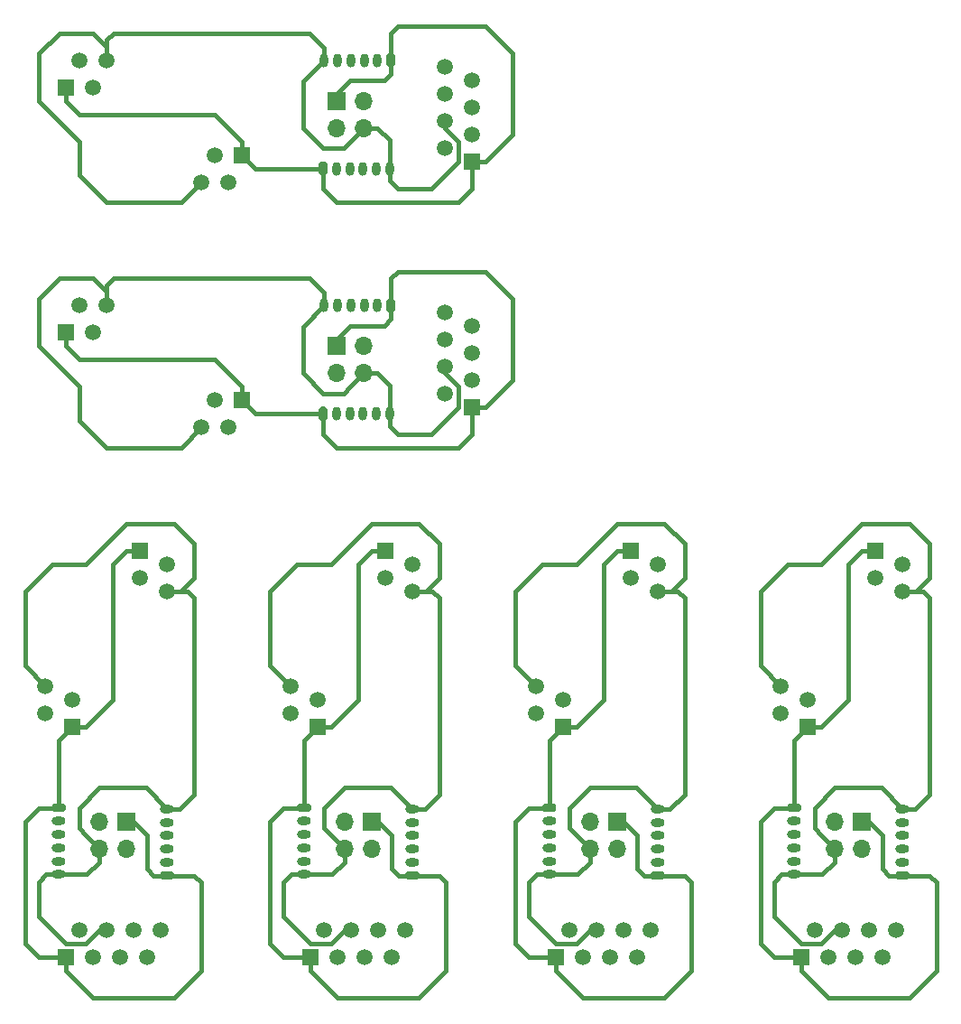
<source format=gtl>
%MOIN*%
%OFA0B0*%
%FSLAX46Y46*%
%IPPOS*%
%LPD*%
%ADD10R,0.059055118110236227X0.059055118110236227*%
%ADD11C,0.059055118110236227*%
%ADD12R,0.066929133858267723X0.066929133858267723*%
%ADD13O,0.066929133858267723X0.066929133858267723*%
%ADD14O,0.051181102362204731X0.031496062992125991*%
%ADD15C,0.059842519685039376*%
%ADD16R,0.059842519685039376X0.059842519685039376*%
%ADD17C,0.016*%
%ADD28R,0.059055118110236227X0.059055118110236227*%
%ADD29C,0.059055118110236227*%
%ADD30R,0.066929133858267723X0.066929133858267723*%
%ADD31O,0.066929133858267723X0.066929133858267723*%
%ADD32O,0.031496062992125991X0.051181102362204731*%
%ADD33C,0.059842519685039376*%
%ADD34R,0.059842519685039376X0.059842519685039376*%
%ADD35C,0.016*%
%ADD36R,0.059055118110236227X0.059055118110236227*%
%ADD37C,0.059055118110236227*%
%ADD38R,0.066929133858267723X0.066929133858267723*%
%ADD39O,0.066929133858267723X0.066929133858267723*%
%ADD40O,0.031496062992125991X0.051181102362204731*%
%ADD41C,0.059842519685039376*%
%ADD42R,0.059842519685039376X0.059842519685039376*%
%ADD43C,0.016*%
%ADD44R,0.059055118110236227X0.059055118110236227*%
%ADD45C,0.059055118110236227*%
%ADD46R,0.066929133858267723X0.066929133858267723*%
%ADD47O,0.066929133858267723X0.066929133858267723*%
%ADD48O,0.051181102362204731X0.031496062992125991*%
%ADD49C,0.059842519685039376*%
%ADD50R,0.059842519685039376X0.059842519685039376*%
%ADD51C,0.016*%
%ADD52R,0.059055118110236227X0.059055118110236227*%
%ADD53C,0.059055118110236227*%
%ADD54R,0.066929133858267723X0.066929133858267723*%
%ADD55O,0.066929133858267723X0.066929133858267723*%
%ADD56O,0.051181102362204731X0.031496062992125991*%
%ADD57C,0.059842519685039376*%
%ADD58R,0.059842519685039376X0.059842519685039376*%
%ADD59C,0.016*%
%ADD60R,0.059055118110236227X0.059055118110236227*%
%ADD61C,0.059055118110236227*%
%ADD62R,0.066929133858267723X0.066929133858267723*%
%ADD63O,0.066929133858267723X0.066929133858267723*%
%ADD64O,0.051181102362204731X0.031496062992125991*%
%ADD65C,0.059842519685039376*%
%ADD66R,0.059842519685039376X0.059842519685039376*%
%ADD67C,0.016*%
G01*
D10*
X-0004400000Y0006200000D02*
X0000224999Y0000400000D03*
D11*
X0000274999Y0000500000D03*
X0000324999Y0000400000D03*
X0000374999Y0000500000D03*
X0000425000Y0000400000D03*
X0000474999Y0000500000D03*
X0000524999Y0000400000D03*
X0000574999Y0000500000D03*
D12*
X0000449999Y0000900000D03*
D13*
X0000350000Y0000900000D03*
X0000449999Y0000800000D03*
X0000350000Y0000800000D03*
G36*
G01*
X0000182283Y0000965748D02*
X0000217716Y0000965748D01*
G75*
G02*
X0000225590Y0000957874J-0000007874D01*
G01*
X0000225590Y0000942125D01*
G75*
G02*
X0000217716Y0000934251I-0000007874D01*
G01*
X0000182283Y0000934251D01*
G75*
G02*
X0000174409Y0000942125J0000007874D01*
G01*
X0000174409Y0000957874D01*
G75*
G02*
X0000182283Y0000965748I0000007874D01*
G01*
G37*
D14*
X0000199999Y0000900787D03*
X0000199999Y0000851574D03*
X0000199999Y0000802362D03*
X0000199999Y0000753149D03*
X0000199999Y0000703937D03*
X0000599999Y0000946062D03*
X0000599999Y0000896850D03*
X0000599999Y0000847637D03*
X0000599999Y0000798425D03*
X0000599999Y0000749212D03*
G36*
G01*
X0000617716Y0000684251D02*
X0000582283Y0000684251D01*
G75*
G02*
X0000574409Y0000692125J0000007874D01*
G01*
X0000574409Y0000707874D01*
G75*
G02*
X0000582283Y0000715748I0000007874D01*
G01*
X0000617716Y0000715748D01*
G75*
G02*
X0000625590Y0000707874J-0000007874D01*
G01*
X0000625590Y0000692125D01*
G75*
G02*
X0000617716Y0000684251I-0000007874D01*
G01*
G37*
D15*
X0000599999Y0001750000D03*
X0000499999Y0001800000D03*
X0000599999Y0001850000D03*
D16*
X0000499999Y0001900000D03*
X0000249999Y0001250000D03*
D15*
X0000149999Y0001300000D03*
X0000249999Y0001350000D03*
X0000149999Y0001400000D03*
D17*
X0000374999Y0000500000D02*
X0000350000Y0000500000D01*
X0000153936Y0000703937D02*
X0000199999Y0000703937D01*
X0000124999Y0000675000D02*
X0000153936Y0000703937D01*
X0000124999Y0000550000D02*
X0000124999Y0000675000D01*
X0000224999Y0000450000D02*
X0000124999Y0000550000D01*
X0000299999Y0000450000D02*
X0000224999Y0000450000D01*
X0000350000Y0000500000D02*
X0000299999Y0000450000D01*
X0000199999Y0000703937D02*
X0000303936Y0000703937D01*
X0000350000Y0000750000D02*
X0000350000Y0000800000D01*
X0000303936Y0000703937D02*
X0000350000Y0000750000D01*
X0000599999Y0001750000D02*
X0000650000Y0001750000D01*
X0000650000Y0001750000D02*
X0000699999Y0001800000D01*
X0000699999Y0001800000D02*
X0000699999Y0001925000D01*
X0000699999Y0001925000D02*
X0000625000Y0002000000D01*
X0000625000Y0002000000D02*
X0000449999Y0002000000D01*
X0000449999Y0002000000D02*
X0000299999Y0001850000D01*
X0000299999Y0001850000D02*
X0000174999Y0001850000D01*
X0000174999Y0001850000D02*
X0000075000Y0001750000D01*
X0000075000Y0001750000D02*
X0000075000Y0001475000D01*
X0000075000Y0001475000D02*
X0000149999Y0001400000D01*
X0000350000Y0000800000D02*
X0000299999Y0000850000D01*
X0000521062Y0001025000D02*
X0000599999Y0000946062D01*
X0000350000Y0001025000D02*
X0000521062Y0001025000D01*
X0000274999Y0000950000D02*
X0000350000Y0001025000D01*
X0000274999Y0000875000D02*
X0000274999Y0000950000D01*
X0000299999Y0000850000D02*
X0000274999Y0000875000D01*
X0000599999Y0000946062D02*
X0000646062Y0000946062D01*
X0000674999Y0001750000D02*
X0000599999Y0001750000D01*
X0000699999Y0001725000D02*
X0000674999Y0001750000D01*
X0000699999Y0001000000D02*
X0000699999Y0001725000D01*
X0000646062Y0000946062D02*
X0000699999Y0001000000D01*
X0000224999Y0000400000D02*
X0000124999Y0000400000D01*
X0000124999Y0000950000D02*
X0000199999Y0000950000D01*
X0000075000Y0000900000D02*
X0000124999Y0000950000D01*
X0000075000Y0000450000D02*
X0000075000Y0000900000D01*
X0000124999Y0000400000D02*
X0000075000Y0000450000D01*
X0000199999Y0000950000D02*
X0000199999Y0001200000D01*
X0000199999Y0001200000D02*
X0000249999Y0001250000D01*
X0000249999Y0001250000D02*
X0000299999Y0001250000D01*
X0000449999Y0001900000D02*
X0000499999Y0001900000D01*
X0000399999Y0001850000D02*
X0000449999Y0001900000D01*
X0000399999Y0001350000D02*
X0000399999Y0001850000D01*
X0000299999Y0001250000D02*
X0000399999Y0001350000D01*
X0000224999Y0000400000D02*
X0000224999Y0000350000D01*
X0000699999Y0000700000D02*
X0000599999Y0000700000D01*
X0000725000Y0000675000D02*
X0000699999Y0000700000D01*
X0000725000Y0000350000D02*
X0000725000Y0000675000D01*
X0000625000Y0000250000D02*
X0000725000Y0000350000D01*
X0000324999Y0000250000D02*
X0000625000Y0000250000D01*
X0000224999Y0000350000D02*
X0000324999Y0000250000D01*
X0000599999Y0000700000D02*
X0000549999Y0000700000D01*
X0000474999Y0000900000D02*
X0000449999Y0000900000D01*
X0000524999Y0000850000D02*
X0000474999Y0000900000D01*
X0000524999Y0000725000D02*
X0000524999Y0000850000D01*
X0000549999Y0000700000D02*
X0000524999Y0000725000D01*
G04 next file*
G04 #@! TF.GenerationSoftware,KiCad,Pcbnew,(5.1.10)-1*
G04 #@! TF.CreationDate,2021-10-24T19:52:58-07:00*
G04 #@! TF.ProjectId,project,70726f6a-6563-4742-9e6b-696361645f70,rev?*
G04 #@! TF.SameCoordinates,Original*
G04 #@! TF.FileFunction,Copper,L1,Top*
G04 #@! TF.FilePolarity,Positive*
G04 Gerber Fmt 4.6, Leading zero omitted, Abs format (unit mm)*
G04 Created by KiCad (PCBNEW (5.1.10)-1) date 2021-10-24 19:52:58*
G01*
G04 APERTURE LIST*
G04 #@! TA.AperFunction,ComponentPad*
G04 #@! TD*
G04 #@! TA.AperFunction,ComponentPad*
G04 #@! TD*
G04 #@! TA.AperFunction,ComponentPad*
G04 #@! TD*
G04 #@! TA.AperFunction,ComponentPad*
G04 #@! TD*
G04 #@! TA.AperFunction,ComponentPad*
G04 #@! TD*
G04 #@! TA.AperFunction,ComponentPad*
G04 #@! TD*
G04 #@! TA.AperFunction,ComponentPad*
G04 #@! TD*
G04 #@! TA.AperFunction,Conductor*
G04 #@! TD*
G04 APERTURE END LIST*
D28*
X-0004074015Y-0002195275D02*
X0001725984Y0002429724D03*
D29*
X0001625984Y0002479724D03*
X0001725984Y0002529724D03*
X0001625984Y0002579724D03*
X0001725984Y0002629724D03*
X0001625984Y0002679724D03*
X0001725984Y0002729724D03*
X0001625984Y0002779724D03*
D30*
X0001225984Y0002654724D03*
D31*
X0001225984Y0002554724D03*
X0001325984Y0002654724D03*
X0001325984Y0002554724D03*
G04 #@! TA.AperFunction,ComponentPad*
G36*
G01*
X0001160236Y0002387007D02*
X0001160236Y0002422440D01*
G75*
G02*
X0001168110Y0002430314I0000007874D01*
G01*
X0001183858Y0002430314D01*
G75*
G02*
X0001191732Y0002422440J-0000007874D01*
G01*
X0001191732Y0002387007D01*
G75*
G02*
X0001183858Y0002379133I-0000007874D01*
G01*
X0001168110Y0002379133D01*
G75*
G02*
X0001160236Y0002387007J0000007874D01*
G01*
G37*
G04 #@! TD.AperFunction*
D32*
X0001225197Y0002404724D03*
X0001274409Y0002404724D03*
X0001323622Y0002404724D03*
X0001372834Y0002404724D03*
X0001422047Y0002404724D03*
X0001179921Y0002804724D03*
X0001229134Y0002804724D03*
X0001278346Y0002804724D03*
X0001327559Y0002804724D03*
X0001376771Y0002804724D03*
G04 #@! TA.AperFunction,ComponentPad*
G36*
G01*
X0001441732Y0002822440D02*
X0001441732Y0002787007D01*
G75*
G02*
X0001433858Y0002779133I-0000007874D01*
G01*
X0001418110Y0002779133D01*
G75*
G02*
X0001410236Y0002787007J0000007874D01*
G01*
X0001410236Y0002822440D01*
G75*
G02*
X0001418110Y0002830314I0000007874D01*
G01*
X0001433858Y0002830314D01*
G75*
G02*
X0001441732Y0002822440J-0000007874D01*
G01*
G37*
G04 #@! TD.AperFunction*
D33*
X0000375984Y0002804724D03*
X0000325984Y0002704724D03*
X0000275984Y0002804724D03*
D34*
X0000225984Y0002704724D03*
X0000875984Y0002454724D03*
D33*
X0000825984Y0002354724D03*
X0000775984Y0002454724D03*
X0000725984Y0002354724D03*
D35*
X0001625984Y0002579724D02*
X0001625984Y0002554724D01*
X0001422047Y0002358661D02*
X0001422047Y0002404724D01*
X0001450984Y0002329724D02*
X0001422047Y0002358661D01*
X0001575984Y0002329724D02*
X0001450984Y0002329724D01*
X0001675984Y0002429724D02*
X0001575984Y0002329724D01*
X0001675984Y0002504724D02*
X0001675984Y0002429724D01*
X0001625984Y0002554724D02*
X0001675984Y0002504724D01*
X0001422047Y0002404724D02*
X0001422047Y0002508661D01*
X0001375984Y0002554724D02*
X0001325984Y0002554724D01*
X0001422047Y0002508661D02*
X0001375984Y0002554724D01*
X0000375984Y0002804724D02*
X0000375984Y0002854724D01*
X0000375984Y0002854724D02*
X0000325984Y0002904724D01*
X0000325984Y0002904724D02*
X0000200984Y0002904724D01*
X0000200984Y0002904724D02*
X0000125984Y0002829724D01*
X0000125984Y0002829724D02*
X0000125984Y0002654724D01*
X0000125984Y0002654724D02*
X0000275984Y0002504724D01*
X0000275984Y0002504724D02*
X0000275984Y0002379724D01*
X0000275984Y0002379724D02*
X0000375984Y0002279724D01*
X0000375984Y0002279724D02*
X0000650984Y0002279724D01*
X0000650984Y0002279724D02*
X0000725984Y0002354724D01*
X0001325984Y0002554724D02*
X0001275984Y0002504724D01*
X0001100984Y0002725787D02*
X0001179921Y0002804724D01*
X0001100984Y0002554724D02*
X0001100984Y0002725787D01*
X0001175984Y0002479724D02*
X0001100984Y0002554724D01*
X0001250984Y0002479724D02*
X0001175984Y0002479724D01*
X0001275984Y0002504724D02*
X0001250984Y0002479724D01*
X0001179921Y0002804724D02*
X0001179921Y0002850787D01*
X0000375984Y0002879724D02*
X0000375984Y0002804724D01*
X0000400984Y0002904724D02*
X0000375984Y0002879724D01*
X0001125984Y0002904724D02*
X0000400984Y0002904724D01*
X0001179921Y0002850787D02*
X0001125984Y0002904724D01*
X0001725984Y0002429724D02*
X0001725984Y0002329724D01*
X0001175984Y0002329724D02*
X0001175984Y0002404724D01*
X0001225984Y0002279724D02*
X0001175984Y0002329724D01*
X0001675984Y0002279724D02*
X0001225984Y0002279724D01*
X0001725984Y0002329724D02*
X0001675984Y0002279724D01*
X0001175984Y0002404724D02*
X0000925984Y0002404724D01*
X0000925984Y0002404724D02*
X0000875984Y0002454724D01*
X0000875984Y0002454724D02*
X0000875984Y0002504724D01*
X0000225984Y0002654724D02*
X0000225984Y0002704724D01*
X0000275984Y0002604724D02*
X0000225984Y0002654724D01*
X0000775984Y0002604724D02*
X0000275984Y0002604724D01*
X0000875984Y0002504724D02*
X0000775984Y0002604724D01*
X0001725984Y0002429724D02*
X0001775984Y0002429724D01*
X0001425984Y0002904724D02*
X0001425984Y0002804724D01*
X0001450984Y0002929724D02*
X0001425984Y0002904724D01*
X0001775984Y0002929724D02*
X0001450984Y0002929724D01*
X0001875984Y0002829724D02*
X0001775984Y0002929724D01*
X0001875984Y0002529724D02*
X0001875984Y0002829724D01*
X0001775984Y0002429724D02*
X0001875984Y0002529724D01*
X0001425984Y0002804724D02*
X0001425984Y0002754724D01*
X0001225984Y0002679724D02*
X0001225984Y0002654724D01*
X0001275984Y0002729724D02*
X0001225984Y0002679724D01*
X0001400984Y0002729724D02*
X0001275984Y0002729724D01*
X0001425984Y0002754724D02*
X0001400984Y0002729724D01*
G04 next file*
G04 #@! TF.GenerationSoftware,KiCad,Pcbnew,(5.1.10)-1*
G04 #@! TF.CreationDate,2021-10-24T19:52:58-07:00*
G04 #@! TF.ProjectId,project,70726f6a-6563-4742-9e6b-696361645f70,rev?*
G04 #@! TF.SameCoordinates,Original*
G04 #@! TF.FileFunction,Copper,L1,Top*
G04 #@! TF.FilePolarity,Positive*
G04 Gerber Fmt 4.6, Leading zero omitted, Abs format (unit mm)*
G04 Created by KiCad (PCBNEW (5.1.10)-1) date 2021-10-24 19:52:58*
G01*
G04 APERTURE LIST*
G04 #@! TA.AperFunction,ComponentPad*
G04 #@! TD*
G04 #@! TA.AperFunction,ComponentPad*
G04 #@! TD*
G04 #@! TA.AperFunction,ComponentPad*
G04 #@! TD*
G04 #@! TA.AperFunction,ComponentPad*
G04 #@! TD*
G04 #@! TA.AperFunction,ComponentPad*
G04 #@! TD*
G04 #@! TA.AperFunction,ComponentPad*
G04 #@! TD*
G04 #@! TA.AperFunction,ComponentPad*
G04 #@! TD*
G04 #@! TA.AperFunction,Conductor*
G04 #@! TD*
G04 APERTURE END LIST*
D36*
X-0004074015Y-0001289763D02*
X0001725984Y0003335236D03*
D37*
X0001625984Y0003385236D03*
X0001725984Y0003435236D03*
X0001625984Y0003485236D03*
X0001725984Y0003535236D03*
X0001625984Y0003585236D03*
X0001725984Y0003635236D03*
X0001625984Y0003685236D03*
D38*
X0001225984Y0003560236D03*
D39*
X0001225984Y0003460236D03*
X0001325984Y0003560236D03*
X0001325984Y0003460236D03*
G04 #@! TA.AperFunction,ComponentPad*
G36*
G01*
X0001160236Y0003292519D02*
X0001160236Y0003327952D01*
G75*
G02*
X0001168110Y0003335826I0000007874D01*
G01*
X0001183858Y0003335826D01*
G75*
G02*
X0001191732Y0003327952J-0000007874D01*
G01*
X0001191732Y0003292519D01*
G75*
G02*
X0001183858Y0003284645I-0000007874D01*
G01*
X0001168110Y0003284645D01*
G75*
G02*
X0001160236Y0003292519J0000007874D01*
G01*
G37*
G04 #@! TD.AperFunction*
D40*
X0001225197Y0003310236D03*
X0001274409Y0003310236D03*
X0001323622Y0003310236D03*
X0001372834Y0003310236D03*
X0001422047Y0003310236D03*
X0001179921Y0003710236D03*
X0001229134Y0003710236D03*
X0001278346Y0003710236D03*
X0001327559Y0003710236D03*
X0001376771Y0003710236D03*
G04 #@! TA.AperFunction,ComponentPad*
G36*
G01*
X0001441732Y0003727952D02*
X0001441732Y0003692519D01*
G75*
G02*
X0001433858Y0003684645I-0000007874D01*
G01*
X0001418110Y0003684645D01*
G75*
G02*
X0001410236Y0003692519J0000007874D01*
G01*
X0001410236Y0003727952D01*
G75*
G02*
X0001418110Y0003735826I0000007874D01*
G01*
X0001433858Y0003735826D01*
G75*
G02*
X0001441732Y0003727952J-0000007874D01*
G01*
G37*
G04 #@! TD.AperFunction*
D41*
X0000375984Y0003710236D03*
X0000325984Y0003610236D03*
X0000275984Y0003710236D03*
D42*
X0000225984Y0003610236D03*
X0000875984Y0003360236D03*
D41*
X0000825984Y0003260236D03*
X0000775984Y0003360236D03*
X0000725984Y0003260236D03*
D43*
X0001625984Y0003485236D02*
X0001625984Y0003460236D01*
X0001422047Y0003264173D02*
X0001422047Y0003310236D01*
X0001450984Y0003235236D02*
X0001422047Y0003264173D01*
X0001575984Y0003235236D02*
X0001450984Y0003235236D01*
X0001675984Y0003335236D02*
X0001575984Y0003235236D01*
X0001675984Y0003410236D02*
X0001675984Y0003335236D01*
X0001625984Y0003460236D02*
X0001675984Y0003410236D01*
X0001422047Y0003310236D02*
X0001422047Y0003414173D01*
X0001375984Y0003460236D02*
X0001325984Y0003460236D01*
X0001422047Y0003414173D02*
X0001375984Y0003460236D01*
X0000375984Y0003710236D02*
X0000375984Y0003760236D01*
X0000375984Y0003760236D02*
X0000325984Y0003810236D01*
X0000325984Y0003810236D02*
X0000200984Y0003810236D01*
X0000200984Y0003810236D02*
X0000125984Y0003735236D01*
X0000125984Y0003735236D02*
X0000125984Y0003560236D01*
X0000125984Y0003560236D02*
X0000275984Y0003410236D01*
X0000275984Y0003410236D02*
X0000275984Y0003285236D01*
X0000275984Y0003285236D02*
X0000375984Y0003185236D01*
X0000375984Y0003185236D02*
X0000650984Y0003185236D01*
X0000650984Y0003185236D02*
X0000725984Y0003260236D01*
X0001325984Y0003460236D02*
X0001275984Y0003410236D01*
X0001100984Y0003631299D02*
X0001179921Y0003710236D01*
X0001100984Y0003460236D02*
X0001100984Y0003631299D01*
X0001175984Y0003385236D02*
X0001100984Y0003460236D01*
X0001250984Y0003385236D02*
X0001175984Y0003385236D01*
X0001275984Y0003410236D02*
X0001250984Y0003385236D01*
X0001179921Y0003710236D02*
X0001179921Y0003756299D01*
X0000375984Y0003785236D02*
X0000375984Y0003710236D01*
X0000400984Y0003810236D02*
X0000375984Y0003785236D01*
X0001125984Y0003810236D02*
X0000400984Y0003810236D01*
X0001179921Y0003756299D02*
X0001125984Y0003810236D01*
X0001725984Y0003335236D02*
X0001725984Y0003235236D01*
X0001175984Y0003235236D02*
X0001175984Y0003310236D01*
X0001225984Y0003185236D02*
X0001175984Y0003235236D01*
X0001675984Y0003185236D02*
X0001225984Y0003185236D01*
X0001725984Y0003235236D02*
X0001675984Y0003185236D01*
X0001175984Y0003310236D02*
X0000925984Y0003310236D01*
X0000925984Y0003310236D02*
X0000875984Y0003360236D01*
X0000875984Y0003360236D02*
X0000875984Y0003410236D01*
X0000225984Y0003560236D02*
X0000225984Y0003610236D01*
X0000275984Y0003510236D02*
X0000225984Y0003560236D01*
X0000775984Y0003510236D02*
X0000275984Y0003510236D01*
X0000875984Y0003410236D02*
X0000775984Y0003510236D01*
X0001725984Y0003335236D02*
X0001775984Y0003335236D01*
X0001425984Y0003810236D02*
X0001425984Y0003710236D01*
X0001450984Y0003835236D02*
X0001425984Y0003810236D01*
X0001775984Y0003835236D02*
X0001450984Y0003835236D01*
X0001875984Y0003735236D02*
X0001775984Y0003835236D01*
X0001875984Y0003435236D02*
X0001875984Y0003735236D01*
X0001775984Y0003335236D02*
X0001875984Y0003435236D01*
X0001425984Y0003710236D02*
X0001425984Y0003660236D01*
X0001225984Y0003585236D02*
X0001225984Y0003560236D01*
X0001275984Y0003635236D02*
X0001225984Y0003585236D01*
X0001400984Y0003635236D02*
X0001275984Y0003635236D01*
X0001425984Y0003660236D02*
X0001400984Y0003635236D01*
G04 next file*
G04 #@! TF.GenerationSoftware,KiCad,Pcbnew,(5.1.10)-1*
G04 #@! TF.CreationDate,2021-10-24T19:52:58-07:00*
G04 #@! TF.ProjectId,project,70726f6a-6563-4742-9e6b-696361645f70,rev?*
G04 #@! TF.SameCoordinates,Original*
G04 #@! TF.FileFunction,Copper,L1,Top*
G04 #@! TF.FilePolarity,Positive*
G04 Gerber Fmt 4.6, Leading zero omitted, Abs format (unit mm)*
G04 Created by KiCad (PCBNEW (5.1.10)-1) date 2021-10-24 19:52:58*
G01*
G04 APERTURE LIST*
G04 #@! TA.AperFunction,ComponentPad*
G04 #@! TD*
G04 #@! TA.AperFunction,ComponentPad*
G04 #@! TD*
G04 #@! TA.AperFunction,ComponentPad*
G04 #@! TD*
G04 #@! TA.AperFunction,ComponentPad*
G04 #@! TD*
G04 #@! TA.AperFunction,ComponentPad*
G04 #@! TD*
G04 #@! TA.AperFunction,ComponentPad*
G04 #@! TD*
G04 #@! TA.AperFunction,ComponentPad*
G04 #@! TD*
G04 #@! TA.AperFunction,Conductor*
G04 #@! TD*
G04 APERTURE END LIST*
D44*
X-0003494488Y0006200000D02*
X0001130511Y0000400000D03*
D45*
X0001180511Y0000500000D03*
X0001230511Y0000400000D03*
X0001280511Y0000500000D03*
X0001330511Y0000400000D03*
X0001380511Y0000500000D03*
X0001430511Y0000400000D03*
X0001480511Y0000500000D03*
D46*
X0001355511Y0000900000D03*
D47*
X0001255511Y0000900000D03*
X0001355511Y0000800000D03*
X0001255511Y0000800000D03*
G04 #@! TA.AperFunction,ComponentPad*
G36*
G01*
X0001087795Y0000965748D02*
X0001123228Y0000965748D01*
G75*
G02*
X0001131102Y0000957874J-0000007874D01*
G01*
X0001131102Y0000942125D01*
G75*
G02*
X0001123228Y0000934251I-0000007874D01*
G01*
X0001087795Y0000934251D01*
G75*
G02*
X0001079921Y0000942125J0000007874D01*
G01*
X0001079921Y0000957874D01*
G75*
G02*
X0001087795Y0000965748I0000007874D01*
G01*
G37*
G04 #@! TD.AperFunction*
D48*
X0001105511Y0000900787D03*
X0001105511Y0000851574D03*
X0001105511Y0000802362D03*
X0001105511Y0000753149D03*
X0001105511Y0000703937D03*
X0001505511Y0000946062D03*
X0001505511Y0000896850D03*
X0001505511Y0000847637D03*
X0001505511Y0000798425D03*
X0001505511Y0000749212D03*
G04 #@! TA.AperFunction,ComponentPad*
G36*
G01*
X0001523228Y0000684251D02*
X0001487795Y0000684251D01*
G75*
G02*
X0001479921Y0000692125J0000007874D01*
G01*
X0001479921Y0000707874D01*
G75*
G02*
X0001487795Y0000715748I0000007874D01*
G01*
X0001523228Y0000715748D01*
G75*
G02*
X0001531102Y0000707874J-0000007874D01*
G01*
X0001531102Y0000692125D01*
G75*
G02*
X0001523228Y0000684251I-0000007874D01*
G01*
G37*
G04 #@! TD.AperFunction*
D49*
X0001505511Y0001750000D03*
X0001405511Y0001800000D03*
X0001505511Y0001850000D03*
D50*
X0001405511Y0001900000D03*
X0001155511Y0001250000D03*
D49*
X0001055511Y0001300000D03*
X0001155511Y0001350000D03*
X0001055511Y0001400000D03*
D51*
X0001280511Y0000500000D02*
X0001255511Y0000500000D01*
X0001059448Y0000703937D02*
X0001105511Y0000703937D01*
X0001030511Y0000675000D02*
X0001059448Y0000703937D01*
X0001030511Y0000550000D02*
X0001030511Y0000675000D01*
X0001130511Y0000450000D02*
X0001030511Y0000550000D01*
X0001205511Y0000450000D02*
X0001130511Y0000450000D01*
X0001255511Y0000500000D02*
X0001205511Y0000450000D01*
X0001105511Y0000703937D02*
X0001209448Y0000703937D01*
X0001255511Y0000750000D02*
X0001255511Y0000800000D01*
X0001209448Y0000703937D02*
X0001255511Y0000750000D01*
X0001505511Y0001750000D02*
X0001555511Y0001750000D01*
X0001555511Y0001750000D02*
X0001605511Y0001800000D01*
X0001605511Y0001800000D02*
X0001605511Y0001925000D01*
X0001605511Y0001925000D02*
X0001530511Y0002000000D01*
X0001530511Y0002000000D02*
X0001355511Y0002000000D01*
X0001355511Y0002000000D02*
X0001205511Y0001850000D01*
X0001205511Y0001850000D02*
X0001080511Y0001850000D01*
X0001080511Y0001850000D02*
X0000980511Y0001750000D01*
X0000980511Y0001750000D02*
X0000980511Y0001475000D01*
X0000980511Y0001475000D02*
X0001055511Y0001400000D01*
X0001255511Y0000800000D02*
X0001205511Y0000850000D01*
X0001426574Y0001025000D02*
X0001505511Y0000946062D01*
X0001255511Y0001025000D02*
X0001426574Y0001025000D01*
X0001180511Y0000950000D02*
X0001255511Y0001025000D01*
X0001180511Y0000875000D02*
X0001180511Y0000950000D01*
X0001205511Y0000850000D02*
X0001180511Y0000875000D01*
X0001505511Y0000946062D02*
X0001551574Y0000946062D01*
X0001580511Y0001750000D02*
X0001505511Y0001750000D01*
X0001605511Y0001725000D02*
X0001580511Y0001750000D01*
X0001605511Y0001000000D02*
X0001605511Y0001725000D01*
X0001551574Y0000946062D02*
X0001605511Y0001000000D01*
X0001130511Y0000400000D02*
X0001030511Y0000400000D01*
X0001030511Y0000950000D02*
X0001105511Y0000950000D01*
X0000980511Y0000900000D02*
X0001030511Y0000950000D01*
X0000980511Y0000450000D02*
X0000980511Y0000900000D01*
X0001030511Y0000400000D02*
X0000980511Y0000450000D01*
X0001105511Y0000950000D02*
X0001105511Y0001200000D01*
X0001105511Y0001200000D02*
X0001155511Y0001250000D01*
X0001155511Y0001250000D02*
X0001205511Y0001250000D01*
X0001355511Y0001900000D02*
X0001405511Y0001900000D01*
X0001305511Y0001850000D02*
X0001355511Y0001900000D01*
X0001305511Y0001350000D02*
X0001305511Y0001850000D01*
X0001205511Y0001250000D02*
X0001305511Y0001350000D01*
X0001130511Y0000400000D02*
X0001130511Y0000350000D01*
X0001605511Y0000700000D02*
X0001505511Y0000700000D01*
X0001630511Y0000675000D02*
X0001605511Y0000700000D01*
X0001630511Y0000350000D02*
X0001630511Y0000675000D01*
X0001530511Y0000250000D02*
X0001630511Y0000350000D01*
X0001230511Y0000250000D02*
X0001530511Y0000250000D01*
X0001130511Y0000350000D02*
X0001230511Y0000250000D01*
X0001505511Y0000700000D02*
X0001455511Y0000700000D01*
X0001380511Y0000900000D02*
X0001355511Y0000900000D01*
X0001430511Y0000850000D02*
X0001380511Y0000900000D01*
X0001430511Y0000725000D02*
X0001430511Y0000850000D01*
X0001455511Y0000700000D02*
X0001430511Y0000725000D01*
G04 next file*
G04 #@! TF.GenerationSoftware,KiCad,Pcbnew,(5.1.10)-1*
G04 #@! TF.CreationDate,2021-10-24T19:52:58-07:00*
G04 #@! TF.ProjectId,project,70726f6a-6563-4742-9e6b-696361645f70,rev?*
G04 #@! TF.SameCoordinates,Original*
G04 #@! TF.FileFunction,Copper,L1,Top*
G04 #@! TF.FilePolarity,Positive*
G04 Gerber Fmt 4.6, Leading zero omitted, Abs format (unit mm)*
G04 Created by KiCad (PCBNEW (5.1.10)-1) date 2021-10-24 19:52:58*
G01*
G04 APERTURE LIST*
G04 #@! TA.AperFunction,ComponentPad*
G04 #@! TD*
G04 #@! TA.AperFunction,ComponentPad*
G04 #@! TD*
G04 #@! TA.AperFunction,ComponentPad*
G04 #@! TD*
G04 #@! TA.AperFunction,ComponentPad*
G04 #@! TD*
G04 #@! TA.AperFunction,ComponentPad*
G04 #@! TD*
G04 #@! TA.AperFunction,ComponentPad*
G04 #@! TD*
G04 #@! TA.AperFunction,ComponentPad*
G04 #@! TD*
G04 #@! TA.AperFunction,Conductor*
G04 #@! TD*
G04 APERTURE END LIST*
D52*
X-0002588976Y0006200000D02*
X0002036023Y0000400000D03*
D53*
X0002086023Y0000500000D03*
X0002136023Y0000400000D03*
X0002186023Y0000500000D03*
X0002236023Y0000400000D03*
X0002286023Y0000500000D03*
X0002336023Y0000400000D03*
X0002386023Y0000500000D03*
D54*
X0002261023Y0000900000D03*
D55*
X0002161023Y0000900000D03*
X0002261023Y0000800000D03*
X0002161023Y0000800000D03*
G04 #@! TA.AperFunction,ComponentPad*
G36*
G01*
X0001993307Y0000965748D02*
X0002028740Y0000965748D01*
G75*
G02*
X0002036614Y0000957874J-0000007874D01*
G01*
X0002036614Y0000942125D01*
G75*
G02*
X0002028740Y0000934251I-0000007874D01*
G01*
X0001993307Y0000934251D01*
G75*
G02*
X0001985433Y0000942125J0000007874D01*
G01*
X0001985433Y0000957874D01*
G75*
G02*
X0001993307Y0000965748I0000007874D01*
G01*
G37*
G04 #@! TD.AperFunction*
D56*
X0002011023Y0000900787D03*
X0002011023Y0000851574D03*
X0002011023Y0000802362D03*
X0002011023Y0000753149D03*
X0002011023Y0000703937D03*
X0002411023Y0000946062D03*
X0002411023Y0000896850D03*
X0002411023Y0000847637D03*
X0002411023Y0000798425D03*
X0002411023Y0000749212D03*
G04 #@! TA.AperFunction,ComponentPad*
G36*
G01*
X0002428740Y0000684251D02*
X0002393307Y0000684251D01*
G75*
G02*
X0002385433Y0000692125J0000007874D01*
G01*
X0002385433Y0000707874D01*
G75*
G02*
X0002393307Y0000715748I0000007874D01*
G01*
X0002428740Y0000715748D01*
G75*
G02*
X0002436614Y0000707874J-0000007874D01*
G01*
X0002436614Y0000692125D01*
G75*
G02*
X0002428740Y0000684251I-0000007874D01*
G01*
G37*
G04 #@! TD.AperFunction*
D57*
X0002411023Y0001750000D03*
X0002311023Y0001800000D03*
X0002411023Y0001850000D03*
D58*
X0002311023Y0001900000D03*
X0002061023Y0001250000D03*
D57*
X0001961023Y0001300000D03*
X0002061023Y0001350000D03*
X0001961023Y0001400000D03*
D59*
X0002186023Y0000500000D02*
X0002161023Y0000500000D01*
X0001964960Y0000703937D02*
X0002011023Y0000703937D01*
X0001936023Y0000675000D02*
X0001964960Y0000703937D01*
X0001936023Y0000550000D02*
X0001936023Y0000675000D01*
X0002036023Y0000450000D02*
X0001936023Y0000550000D01*
X0002111023Y0000450000D02*
X0002036023Y0000450000D01*
X0002161023Y0000500000D02*
X0002111023Y0000450000D01*
X0002011023Y0000703937D02*
X0002114960Y0000703937D01*
X0002161023Y0000750000D02*
X0002161023Y0000800000D01*
X0002114960Y0000703937D02*
X0002161023Y0000750000D01*
X0002411023Y0001750000D02*
X0002461023Y0001750000D01*
X0002461023Y0001750000D02*
X0002511023Y0001800000D01*
X0002511023Y0001800000D02*
X0002511023Y0001925000D01*
X0002511023Y0001925000D02*
X0002436023Y0002000000D01*
X0002436023Y0002000000D02*
X0002261023Y0002000000D01*
X0002261023Y0002000000D02*
X0002111023Y0001850000D01*
X0002111023Y0001850000D02*
X0001986023Y0001850000D01*
X0001986023Y0001850000D02*
X0001886023Y0001750000D01*
X0001886023Y0001750000D02*
X0001886023Y0001475000D01*
X0001886023Y0001475000D02*
X0001961023Y0001400000D01*
X0002161023Y0000800000D02*
X0002111023Y0000850000D01*
X0002332086Y0001025000D02*
X0002411023Y0000946062D01*
X0002161023Y0001025000D02*
X0002332086Y0001025000D01*
X0002086023Y0000950000D02*
X0002161023Y0001025000D01*
X0002086023Y0000875000D02*
X0002086023Y0000950000D01*
X0002111023Y0000850000D02*
X0002086023Y0000875000D01*
X0002411023Y0000946062D02*
X0002457086Y0000946062D01*
X0002486023Y0001750000D02*
X0002411023Y0001750000D01*
X0002511023Y0001725000D02*
X0002486023Y0001750000D01*
X0002511023Y0001000000D02*
X0002511023Y0001725000D01*
X0002457086Y0000946062D02*
X0002511023Y0001000000D01*
X0002036023Y0000400000D02*
X0001936023Y0000400000D01*
X0001936023Y0000950000D02*
X0002011023Y0000950000D01*
X0001886023Y0000900000D02*
X0001936023Y0000950000D01*
X0001886023Y0000450000D02*
X0001886023Y0000900000D01*
X0001936023Y0000400000D02*
X0001886023Y0000450000D01*
X0002011023Y0000950000D02*
X0002011023Y0001200000D01*
X0002011023Y0001200000D02*
X0002061023Y0001250000D01*
X0002061023Y0001250000D02*
X0002111023Y0001250000D01*
X0002261023Y0001900000D02*
X0002311023Y0001900000D01*
X0002211023Y0001850000D02*
X0002261023Y0001900000D01*
X0002211023Y0001350000D02*
X0002211023Y0001850000D01*
X0002111023Y0001250000D02*
X0002211023Y0001350000D01*
X0002036023Y0000400000D02*
X0002036023Y0000350000D01*
X0002511023Y0000700000D02*
X0002411023Y0000700000D01*
X0002536023Y0000675000D02*
X0002511023Y0000700000D01*
X0002536023Y0000350000D02*
X0002536023Y0000675000D01*
X0002436023Y0000250000D02*
X0002536023Y0000350000D01*
X0002136023Y0000250000D02*
X0002436023Y0000250000D01*
X0002036023Y0000350000D02*
X0002136023Y0000250000D01*
X0002411023Y0000700000D02*
X0002361023Y0000700000D01*
X0002286023Y0000900000D02*
X0002261023Y0000900000D01*
X0002336023Y0000850000D02*
X0002286023Y0000900000D01*
X0002336023Y0000725000D02*
X0002336023Y0000850000D01*
X0002361023Y0000700000D02*
X0002336023Y0000725000D01*
G04 next file*
G04 #@! TF.GenerationSoftware,KiCad,Pcbnew,(5.1.10)-1*
G04 #@! TF.CreationDate,2021-10-24T19:52:58-07:00*
G04 #@! TF.ProjectId,project,70726f6a-6563-4742-9e6b-696361645f70,rev?*
G04 #@! TF.SameCoordinates,Original*
G04 #@! TF.FileFunction,Copper,L1,Top*
G04 #@! TF.FilePolarity,Positive*
G04 Gerber Fmt 4.6, Leading zero omitted, Abs format (unit mm)*
G04 Created by KiCad (PCBNEW (5.1.10)-1) date 2021-10-24 19:52:58*
G01*
G04 APERTURE LIST*
G04 #@! TA.AperFunction,ComponentPad*
G04 #@! TD*
G04 #@! TA.AperFunction,ComponentPad*
G04 #@! TD*
G04 #@! TA.AperFunction,ComponentPad*
G04 #@! TD*
G04 #@! TA.AperFunction,ComponentPad*
G04 #@! TD*
G04 #@! TA.AperFunction,ComponentPad*
G04 #@! TD*
G04 #@! TA.AperFunction,ComponentPad*
G04 #@! TD*
G04 #@! TA.AperFunction,ComponentPad*
G04 #@! TD*
G04 #@! TA.AperFunction,Conductor*
G04 #@! TD*
G04 APERTURE END LIST*
D60*
X-0001683464Y0006200000D02*
X0002941535Y0000400000D03*
D61*
X0002991535Y0000500000D03*
X0003041535Y0000400000D03*
X0003091535Y0000500000D03*
X0003141535Y0000400000D03*
X0003191535Y0000500000D03*
X0003241535Y0000400000D03*
X0003291535Y0000500000D03*
D62*
X0003166535Y0000900000D03*
D63*
X0003066535Y0000900000D03*
X0003166535Y0000800000D03*
X0003066535Y0000800000D03*
G04 #@! TA.AperFunction,ComponentPad*
G36*
G01*
X0002898818Y0000965748D02*
X0002934251Y0000965748D01*
G75*
G02*
X0002942125Y0000957874J-0000007874D01*
G01*
X0002942125Y0000942125D01*
G75*
G02*
X0002934251Y0000934251I-0000007874D01*
G01*
X0002898818Y0000934251D01*
G75*
G02*
X0002890944Y0000942125J0000007874D01*
G01*
X0002890944Y0000957874D01*
G75*
G02*
X0002898818Y0000965748I0000007874D01*
G01*
G37*
G04 #@! TD.AperFunction*
D64*
X0002916535Y0000900787D03*
X0002916535Y0000851574D03*
X0002916535Y0000802362D03*
X0002916535Y0000753149D03*
X0002916535Y0000703937D03*
X0003316535Y0000946062D03*
X0003316535Y0000896850D03*
X0003316535Y0000847637D03*
X0003316535Y0000798425D03*
X0003316535Y0000749212D03*
G04 #@! TA.AperFunction,ComponentPad*
G36*
G01*
X0003334251Y0000684251D02*
X0003298818Y0000684251D01*
G75*
G02*
X0003290944Y0000692125J0000007874D01*
G01*
X0003290944Y0000707874D01*
G75*
G02*
X0003298818Y0000715748I0000007874D01*
G01*
X0003334251Y0000715748D01*
G75*
G02*
X0003342125Y0000707874J-0000007874D01*
G01*
X0003342125Y0000692125D01*
G75*
G02*
X0003334251Y0000684251I-0000007874D01*
G01*
G37*
G04 #@! TD.AperFunction*
D65*
X0003316535Y0001750000D03*
X0003216535Y0001800000D03*
X0003316535Y0001850000D03*
D66*
X0003216535Y0001900000D03*
X0002966535Y0001250000D03*
D65*
X0002866535Y0001300000D03*
X0002966535Y0001350000D03*
X0002866535Y0001400000D03*
D67*
X0003091535Y0000500000D02*
X0003066535Y0000500000D01*
X0002870472Y0000703937D02*
X0002916535Y0000703937D01*
X0002841535Y0000675000D02*
X0002870472Y0000703937D01*
X0002841535Y0000550000D02*
X0002841535Y0000675000D01*
X0002941535Y0000450000D02*
X0002841535Y0000550000D01*
X0003016535Y0000450000D02*
X0002941535Y0000450000D01*
X0003066535Y0000500000D02*
X0003016535Y0000450000D01*
X0002916535Y0000703937D02*
X0003020472Y0000703937D01*
X0003066535Y0000750000D02*
X0003066535Y0000800000D01*
X0003020472Y0000703937D02*
X0003066535Y0000750000D01*
X0003316535Y0001750000D02*
X0003366535Y0001750000D01*
X0003366535Y0001750000D02*
X0003416535Y0001800000D01*
X0003416535Y0001800000D02*
X0003416535Y0001925000D01*
X0003416535Y0001925000D02*
X0003341535Y0002000000D01*
X0003341535Y0002000000D02*
X0003166535Y0002000000D01*
X0003166535Y0002000000D02*
X0003016535Y0001850000D01*
X0003016535Y0001850000D02*
X0002891535Y0001850000D01*
X0002891535Y0001850000D02*
X0002791535Y0001750000D01*
X0002791535Y0001750000D02*
X0002791535Y0001475000D01*
X0002791535Y0001475000D02*
X0002866535Y0001400000D01*
X0003066535Y0000800000D02*
X0003016535Y0000850000D01*
X0003237598Y0001025000D02*
X0003316535Y0000946062D01*
X0003066535Y0001025000D02*
X0003237598Y0001025000D01*
X0002991535Y0000950000D02*
X0003066535Y0001025000D01*
X0002991535Y0000875000D02*
X0002991535Y0000950000D01*
X0003016535Y0000850000D02*
X0002991535Y0000875000D01*
X0003316535Y0000946062D02*
X0003362598Y0000946062D01*
X0003391535Y0001750000D02*
X0003316535Y0001750000D01*
X0003416535Y0001725000D02*
X0003391535Y0001750000D01*
X0003416535Y0001000000D02*
X0003416535Y0001725000D01*
X0003362598Y0000946062D02*
X0003416535Y0001000000D01*
X0002941535Y0000400000D02*
X0002841535Y0000400000D01*
X0002841535Y0000950000D02*
X0002916535Y0000950000D01*
X0002791535Y0000900000D02*
X0002841535Y0000950000D01*
X0002791535Y0000450000D02*
X0002791535Y0000900000D01*
X0002841535Y0000400000D02*
X0002791535Y0000450000D01*
X0002916535Y0000950000D02*
X0002916535Y0001200000D01*
X0002916535Y0001200000D02*
X0002966535Y0001250000D01*
X0002966535Y0001250000D02*
X0003016535Y0001250000D01*
X0003166535Y0001900000D02*
X0003216535Y0001900000D01*
X0003116535Y0001850000D02*
X0003166535Y0001900000D01*
X0003116535Y0001350000D02*
X0003116535Y0001850000D01*
X0003016535Y0001250000D02*
X0003116535Y0001350000D01*
X0002941535Y0000400000D02*
X0002941535Y0000350000D01*
X0003416535Y0000700000D02*
X0003316535Y0000700000D01*
X0003441535Y0000675000D02*
X0003416535Y0000700000D01*
X0003441535Y0000350000D02*
X0003441535Y0000675000D01*
X0003341535Y0000250000D02*
X0003441535Y0000350000D01*
X0003041535Y0000250000D02*
X0003341535Y0000250000D01*
X0002941535Y0000350000D02*
X0003041535Y0000250000D01*
X0003316535Y0000700000D02*
X0003266535Y0000700000D01*
X0003191535Y0000900000D02*
X0003166535Y0000900000D01*
X0003241535Y0000850000D02*
X0003191535Y0000900000D01*
X0003241535Y0000725000D02*
X0003241535Y0000850000D01*
X0003266535Y0000700000D02*
X0003241535Y0000725000D01*
M02*
</source>
